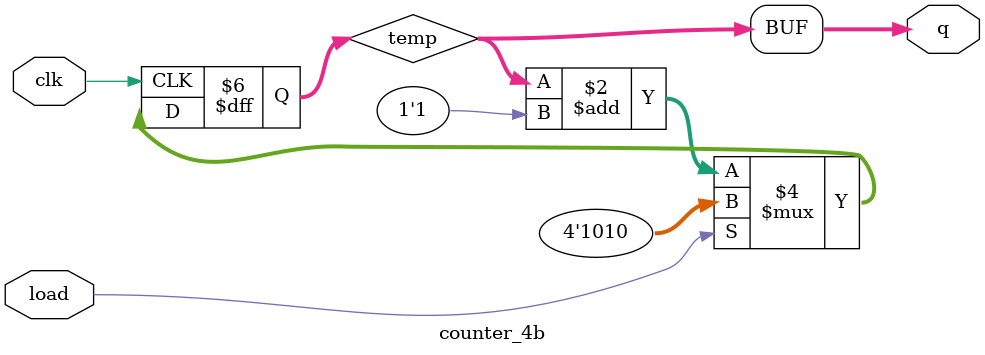
<source format=v>
module counter_4b(clk,load,q);
input clk,load;
//input  [3:0] d; 
output [3:0] q;
reg    [3:0] temp;

always @(posedge clk)
    begin
        if(load)
            temp <= 4'b1010;
        else 
            temp <= temp + 1'b1;    
    end
        assign q = temp;
endmodule

</source>
